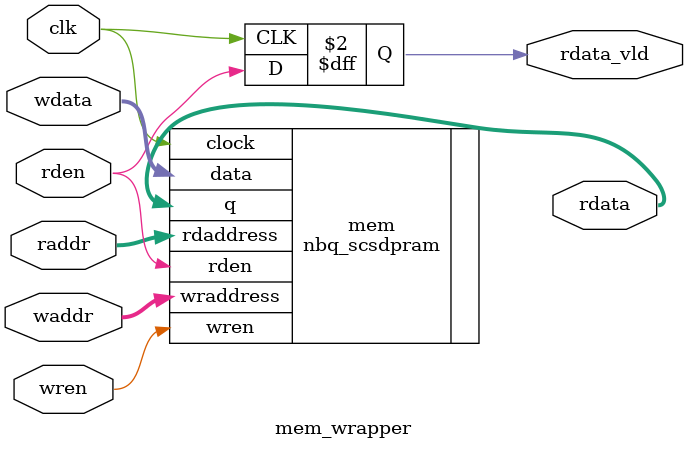
<source format=sv>


`default_nettype none
module mem_wrapper #(
    parameter DEVICE_FAMILY  = "Arria 10",
    parameter DW             = 8,
    parameter DEPTH          = 8, 
    parameter RAM_TYPE       = "AUTO",
    parameter OUTREG         = "ON",
     parameter SKIP_RDEN   	  = 0,
    parameter INIT_FILE_DATA = "init_file_data.hex"
)(
    input var  logic                     clk,
    input var  logic                     wren,
    input var  logic [DW-1:0]            wdata,
    input var  logic [$clog2(DEPTH)-1:0] waddr,

    input var  logic                     rden,
    input var  logic [$clog2(DEPTH)-1:0] raddr,
    output     logic [DW-1:0]            rdata,
    output     logic                     rdata_vld
);

nbq_scsdpram #(
    .DEVICE_FAMILY  (DEVICE_FAMILY),
    .SKIP_RDEN      (SKIP_RDEN),
    .LOG2_DEPTH     ($clog2(DEPTH)), 
    .WIDTH          (DW),
    .RAM_TYPE       (RAM_TYPE),
    .OUTREG         (OUTREG),
    .INIT_FILE      (INIT_FILE_DATA)
) mem (
  .clock        ( clk ),

  .data         ( wdata ),           // Write Data
  .wraddress    ( waddr ),
  .wren         ( wren ),

  .rdaddress    ( raddr ),
  .rden         ( rden ),
  .q            ( rdata )            // Read Data
);

always_ff @(posedge clk)   
     rdata_vld <= rden;
   
endmodule
`default_nettype wire

</source>
